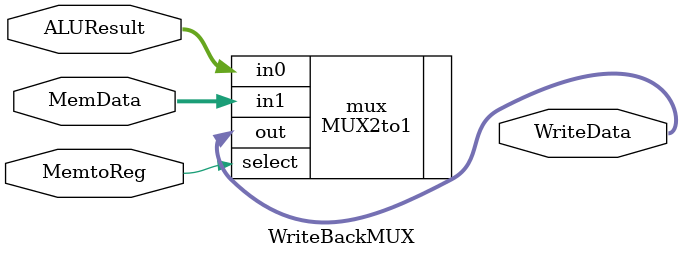
<source format=v>
module WriteBackMUX(
    input [31:0] ALUResult,    // ALU result
    input [31:0] MemData,      // Data from memory
    input MemtoReg,            // Control signal for selecting between ALU or memory
    output [31:0] WriteData    // Write data to register file
);
    MUX2to1 mux(.in0(ALUResult), .in1(MemData), .select(MemtoReg), .out(WriteData));
endmodule

</source>
